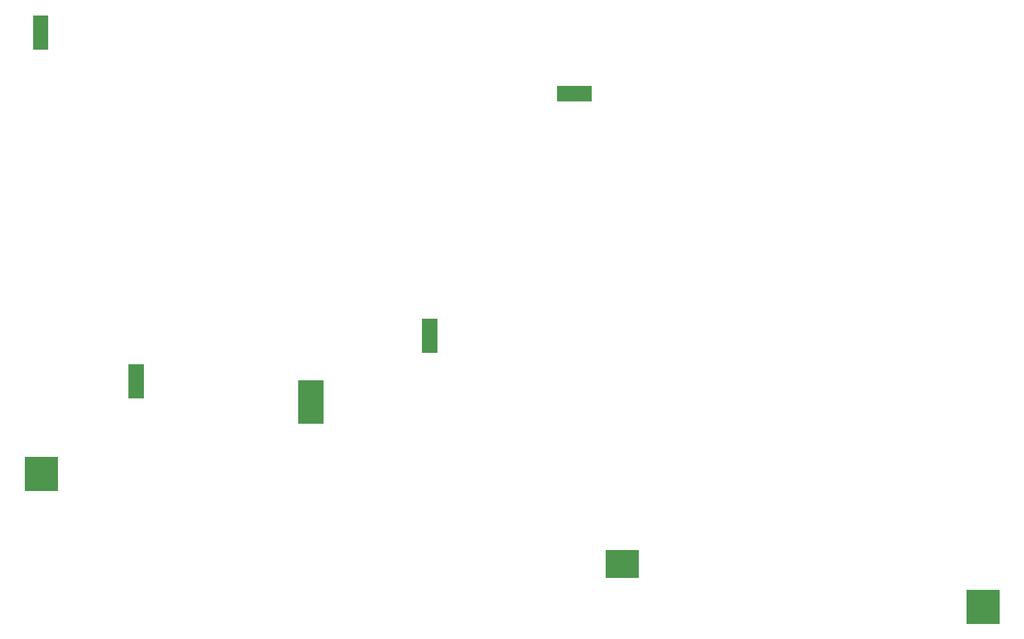
<source format=gbr>
%TF.GenerationSoftware,KiCad,Pcbnew,8.0.4*%
%TF.CreationDate,2024-08-19T21:12:56+01:00*%
%TF.ProjectId,buttonsSuper,62757474-6f6e-4735-9375-7065722e6b69,rev?*%
%TF.SameCoordinates,Original*%
%TF.FileFunction,OtherDrawing,Comment*%
%FSLAX46Y46*%
G04 Gerber Fmt 4.6, Leading zero omitted, Abs format (unit mm)*
G04 Created by KiCad (PCBNEW 8.0.4) date 2024-08-19 21:12:56*
%MOMM*%
%LPD*%
G01*
G04 APERTURE LIST*
%ADD10C,0.100000*%
G04 APERTURE END LIST*
D10*
%TO.C,C8*%
X111712538Y-113600026D02*
X109274538Y-113605026D01*
X109282538Y-108095026D01*
X111712538Y-108095026D01*
X111712538Y-113600026D01*
G36*
X111712538Y-113600026D02*
G01*
X109274538Y-113605026D01*
X109282538Y-108095026D01*
X111712538Y-108095026D01*
X111712538Y-113600026D01*
G37*
%TO.C,C4*%
X141075000Y-117749873D02*
X137075000Y-117749873D01*
X137075000Y-110749873D01*
X141075000Y-110749873D01*
X141075000Y-117749873D01*
G36*
X141075000Y-117749873D02*
G01*
X137075000Y-117749873D01*
X137075000Y-110749873D01*
X141075000Y-110749873D01*
X141075000Y-117749873D01*
G37*
%TO.C,C3*%
X192677600Y-143001438D02*
X187317600Y-143001438D01*
X187325600Y-138496438D01*
X192685600Y-138496438D01*
X192677600Y-143001438D01*
G36*
X192677600Y-143001438D02*
G01*
X187317600Y-143001438D01*
X187325600Y-138496438D01*
X192685600Y-138496438D01*
X192677600Y-143001438D01*
G37*
%TO.C,C9*%
X159712538Y-106100026D02*
X157274538Y-106105026D01*
X157282538Y-100595026D01*
X159712538Y-100595026D01*
X159712538Y-106100026D01*
G36*
X159712538Y-106100026D02*
G01*
X157274538Y-106105026D01*
X157282538Y-100595026D01*
X159712538Y-100595026D01*
X159712538Y-106100026D01*
G37*
%TO.C,C7*%
X251721939Y-150504873D02*
X246361939Y-150504873D01*
X246369939Y-144994873D01*
X251729939Y-144994873D01*
X251721939Y-150504873D01*
G36*
X251721939Y-150504873D02*
G01*
X246361939Y-150504873D01*
X246369939Y-144994873D01*
X251729939Y-144994873D01*
X251721939Y-150504873D01*
G37*
%TO.C,C1*%
X96105038Y-56504873D02*
X93675038Y-56504873D01*
X93675038Y-50999873D01*
X96113038Y-50994873D01*
X96105038Y-56504873D01*
G36*
X96105038Y-56504873D02*
G01*
X93675038Y-56504873D01*
X93675038Y-50999873D01*
X96113038Y-50994873D01*
X96105038Y-56504873D01*
G37*
%TO.C,C2*%
X184930038Y-62569873D02*
X184930038Y-64999873D01*
X179425038Y-64999873D01*
X179420038Y-62561873D01*
X184930038Y-62569873D01*
G36*
X184930038Y-62569873D02*
G01*
X184930038Y-64999873D01*
X179425038Y-64999873D01*
X179420038Y-62561873D01*
X184930038Y-62569873D01*
G37*
%TO.C,C5*%
X97688000Y-128754873D02*
X92328000Y-128754873D01*
X92320000Y-123244873D01*
X97680000Y-123244873D01*
X97688000Y-128754873D01*
G36*
X97688000Y-128754873D02*
G01*
X92328000Y-128754873D01*
X92320000Y-123244873D01*
X97680000Y-123244873D01*
X97688000Y-128754873D01*
G37*
%TD*%
M02*

</source>
